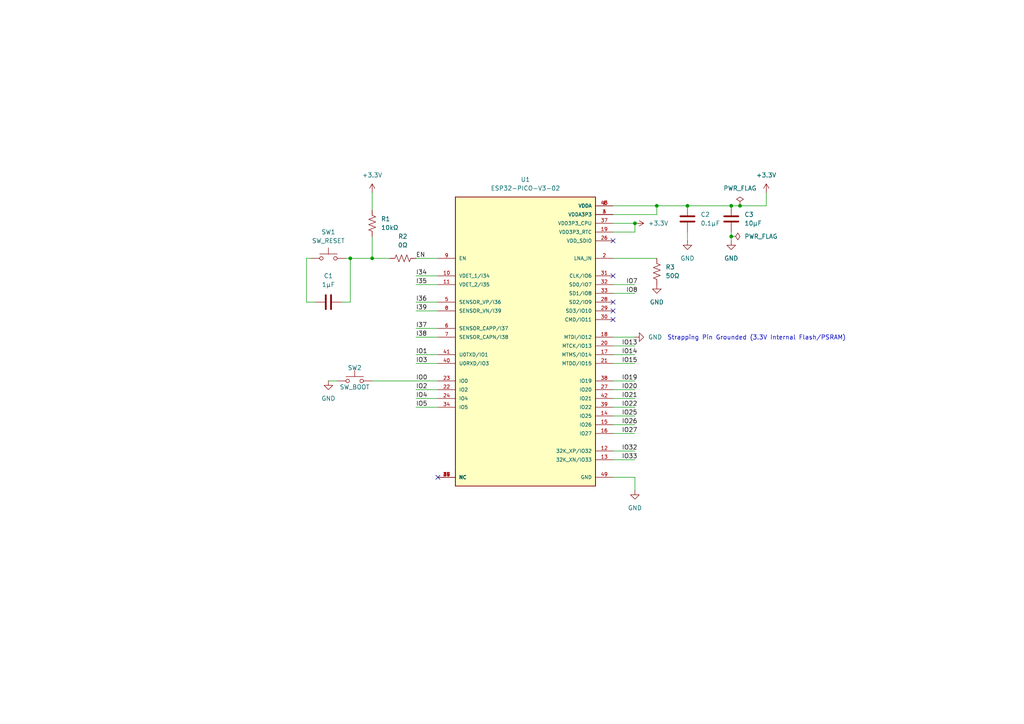
<source format=kicad_sch>
(kicad_sch (version 20231120) (generator "eeschema") (generator_version "8.0")
  (paper "A4")
  (lib_symbols
    (symbol "DBF_ESP32-PICO-V3-02:ESP32-PICO-V3-02" (pin_names (offset 1.016))
      (property "Reference" "U" (at -20.32 43.942 0))
      (property "Value" "ESP32-PICO-V3-02" (at -20.32 -43.18 0))
      (symbol "ESP32-PICO-V3-02_0_0"
        (rectangle (start -20.32 -40.64) (end 20.32 43.18) (stroke (width 0.254)) (fill (type background)))
        (pin power_in line (at 25.4 40.64 180) (length 5.08) (name "VDDA") (number "1"))
        (pin input line (at -25.4 20.32 0) (length 5.08) (name "VDET_1/I34") (number "10"))
        (pin input line (at -25.4 17.78 0) (length 5.08) (name "VDET_2/I35") (number "11"))
        (pin bidirectional line (at 25.4 -30.48 180) (length 5.08) (name "32K_XP/IO32") (number "12"))
        (pin bidirectional line (at 25.4 -33.02 180) (length 5.08) (name "32K_XN/IO33") (number "13"))
        (pin bidirectional line (at 25.4 -20.32 180) (length 5.08) (name "IO25") (number "14"))
        (pin bidirectional line (at 25.4 -22.86 180) (length 5.08) (name "IO26") (number "15"))
        (pin bidirectional line (at 25.4 -25.4 180) (length 5.08) (name "IO27") (number "16"))
        (pin bidirectional line (at 25.4 -2.54 180) (length 5.08) (name "MTMS/IO14") (number "17"))
        (pin power_in line (at 25.4 33.02 180) (length 5.08) (name "VDD3P3_RTC") (number "19"))
        (pin bidirectional line (at 25.4 25.4 180) (length 5.08) (name "LNA_IN") (number "2"))
        (pin bidirectional line (at 25.4 0 180) (length 5.08) (name "MTCK/IO13") (number "20"))
        (pin bidirectional line (at 25.4 -5.08 180) (length 5.08) (name "MTDO/IO15") (number "21"))
        (pin bidirectional line (at -25.4 -12.7 0) (length 5.08) (name "IO2") (number "22"))
        (pin bidirectional line (at -25.4 -10.16 0) (length 5.08) (name "IO0") (number "23"))
        (pin bidirectional line (at -25.4 -15.24 0) (length 5.08) (name "IO4") (number "24"))
        (pin unspecified line (at -25.4 -38.1 0) (length 5.08) (name "NC") (number "25"))
        (pin power_in line (at 25.4 30.48 180) (length 5.08) (name "VDD_SDIO") (number "26"))
        (pin bidirectional line (at 25.4 -12.7 180) (length 5.08) (name "IO20") (number "27"))
        (pin bidirectional line (at 25.4 12.7 180) (length 5.08) (name "SD2/IO9") (number "28"))
        (pin bidirectional line (at 25.4 10.16 180) (length 5.08) (name "SD3/IO10") (number "29"))
        (pin power_in line (at 25.4 38.1 180) (length 5.08) (name "VDDA3P3") (number "3"))
        (pin bidirectional line (at 25.4 7.62 180) (length 5.08) (name "CMD/IO11") (number "30"))
        (pin bidirectional line (at 25.4 20.32 180) (length 5.08) (name "CLK/IO6") (number "31"))
        (pin bidirectional line (at 25.4 17.78 180) (length 5.08) (name "SD0/IO7") (number "32"))
        (pin bidirectional line (at 25.4 15.24 180) (length 5.08) (name "SD1/IO8") (number "33"))
        (pin bidirectional line (at -25.4 -17.78 0) (length 5.08) (name "IO5") (number "34"))
        (pin unspecified line (at -25.4 -38.1 0) (length 5.08) (name "NC") (number "35"))
        (pin unspecified line (at -25.4 -38.1 0) (length 5.08) (name "NC") (number "36"))
        (pin power_in line (at 25.4 35.56 180) (length 5.08) (name "VDD3P3_CPU") (number "37"))
        (pin bidirectional line (at 25.4 -10.16 180) (length 5.08) (name "IO19") (number "38"))
        (pin bidirectional line (at 25.4 -17.78 180) (length 5.08) (name "IO22") (number "39"))
        (pin power_in line (at 25.4 38.1 180) (length 5.08) (name "VDDA3P3") (number "4"))
        (pin bidirectional line (at -25.4 -5.08 0) (length 5.08) (name "U0RXD/IO3") (number "40"))
        (pin bidirectional line (at -25.4 -2.54 0) (length 5.08) (name "U0TXD/IO1") (number "41"))
        (pin bidirectional line (at 25.4 -15.24 180) (length 5.08) (name "IO21") (number "42"))
        (pin power_in line (at 25.4 40.64 180) (length 5.08) (name "VDDA") (number "43"))
        (pin unspecified line (at -25.4 -38.1 0) (length 5.08) (name "NC") (number "44"))
        (pin unspecified line (at -25.4 -38.1 0) (length 5.08) (name "NC") (number "45"))
        (pin power_in line (at 25.4 40.64 180) (length 5.08) (name "VDDA") (number "46"))
        (pin unspecified line (at -25.4 -38.1 0) (length 5.08) (name "NC") (number "47"))
        (pin unspecified line (at -25.4 -38.1 0) (length 5.08) (name "NC") (number "48"))
        (pin power_in line (at 25.4 -38.1 180) (length 5.08) (name "GND") (number "49"))
        (pin input line (at -25.4 12.7 0) (length 5.08) (name "SENSOR_VP/I36") (number "5"))
        (pin input line (at -25.4 5.08 0) (length 5.08) (name "SENSOR_CAPP/I37") (number "6"))
        (pin input line (at -25.4 2.54 0) (length 5.08) (name "SENSOR_CAPN/I38") (number "7"))
        (pin input line (at -25.4 10.16 0) (length 5.08) (name "SENSOR_VN/I39") (number "8"))
        (pin input line (at -25.4 25.4 0) (length 5.08) (name "EN") (number "9"))
      )
      (symbol "ESP32-PICO-V3-02_1_0"
        (pin power_in line (at 25.4 2.54 180) (length 5.08) (name "MTDI/IO12") (number "18"))
      )
    )
    (symbol "Device:C" (pin_numbers hide) (pin_names (offset 0.254))
      (property "Reference" "C" (at 0.635 2.54 0))
      (property "Value" "C" (at 0.635 -2.54 0))
      (symbol "C_0_1"
        (polyline (pts (xy -2.032 -0.762) (xy 2.032 -0.762)) (stroke (width 0.508)))
        (polyline (pts (xy -2.032 0.762) (xy 2.032 0.762)) (stroke (width 0.508)))
      )
      (symbol "C_1_1"
        (pin passive line (at 0 3.81 270) (length 2.794) (name "~") (number "1"))
        (pin passive line (at 0 -3.81 90) (length 2.794) (name "~") (number "2"))
      )
    )
    (symbol "Device:R_US" (pin_numbers hide) (pin_names (offset 0))
      (property "Reference" "R" (at 2.54 0 90))
      (property "Value" "R_US" (at -2.54 0 90))
      (symbol "R_US_0_1"
        (polyline (pts (xy 0 -2.286) (xy 0 -2.54)))
        (polyline (pts (xy 0 2.286) (xy 0 2.54)))
        (polyline (pts (xy 0 -0.762) (xy 1.016 -1.143) (xy 0 -1.524) (xy -1.016 -1.905) (xy 0 -2.286)))
        (polyline (pts (xy 0 0.762) (xy 1.016 0.381) (xy 0 0) (xy -1.016 -0.381) (xy 0 -0.762)))
        (polyline (pts (xy 0 2.286) (xy 1.016 1.905) (xy 0 1.524) (xy -1.016 1.143) (xy 0 0.762)))
      )
      (symbol "R_US_1_1"
        (pin passive line (at 0 3.81 270) (length 1.27) (name "~") (number "1"))
        (pin passive line (at 0 -3.81 90) (length 1.27) (name "~") (number "2"))
      )
    )
    (symbol "Switch:SW_Push" (pin_numbers hide) (pin_names (offset 1.016) hide)
      (property "Reference" "SW" (at 1.27 2.54 0))
      (property "Value" "SW_Push" (at 0 -1.524 0))
      (symbol "SW_Push_0_1"
        (circle (center -2.032 0) (radius 0.508))
        (polyline (pts (xy 0 1.27) (xy 0 3.048)))
        (polyline (pts (xy 2.54 1.27) (xy -2.54 1.27)))
        (circle (center 2.032 0) (radius 0.508))
        (pin passive line (at -5.08 0 0) (length 2.54) (name "1") (number "1"))
        (pin passive line (at 5.08 0 180) (length 2.54) (name "2") (number "2"))
      )
    )
    (symbol "power:+3.3V" (power) (pin_numbers hide) (pin_names (offset 0) hide)
      (property "Value" "+3.3V" (at 0 3.556 0))
      (symbol "+3.3V_0_1"
        (polyline (pts (xy -0.762 1.27) (xy 0 2.54)))
        (polyline (pts (xy 0 0) (xy 0 2.54)))
        (polyline (pts (xy 0 2.54) (xy 0.762 1.27)))
      )
      (symbol "+3.3V_1_1"
        (pin power_in line (at 0 0 90) (length 0) (name "~") (number "1"))
      )
    )
    (symbol "power:GND" (power) (pin_numbers hide) (pin_names (offset 0) hide)
      (property "Value" "GND" (at 0 -3.81 0))
      (symbol "GND_0_1"
        (polyline (pts (xy 0 0) (xy 0 -1.27) (xy 1.27 -1.27) (xy 0 -2.54) (xy -1.27 -1.27) (xy 0 -1.27)))
      )
      (symbol "GND_1_1"
        (pin power_in line (at 0 0 270) (length 0) (name "~") (number "1"))
      )
    )
    (symbol "power:PWR_FLAG" (power) (pin_numbers hide) (pin_names (offset 0) hide)
      (property "Value" "PWR_FLAG" (at 0 3.81 0))
      (symbol "PWR_FLAG_0_0"
        (pin power_out line (at 0 0 90) (length 0) (name "~") (number "1"))
      )
      (symbol "PWR_FLAG_0_1"
        (polyline (pts (xy 0 0) (xy 0 1.27) (xy -1.016 1.905) (xy 0 2.54) (xy 1.016 1.905) (xy 0 1.27)))
      )
    )
  )
  (junction (at 212.09 68.58))
  (junction (at 101.6 74.93))
  (junction (at 199.39 59.69))
  (junction (at 212.09 59.69))
  (junction (at 214.63 59.69))
  (junction (at 184.15 64.77))
  (junction (at 107.95 74.93))
  (junction (at 190.5 59.69))
  (no_connect (at 177.8 80.01))
  (no_connect (at 177.8 69.85))
  (no_connect (at 177.8 87.63))
  (no_connect (at 127 138.43))
  (no_connect (at 177.8 92.71))
  (no_connect (at 177.8 90.17))
  (wire (pts (xy 107.95 74.93) (xy 113.03 74.93)))
  (wire (pts (xy 177.8 110.49) (xy 184.15 110.49)))
  (wire (pts (xy 120.65 74.93) (xy 127 74.93)))
  (wire (pts (xy 88.9 87.63) (xy 88.9 74.93)))
  (wire (pts (xy 177.8 105.41) (xy 184.15 105.41)))
  (wire (pts (xy 177.8 100.33) (xy 184.15 100.33)))
  (wire (pts (xy 120.65 82.55) (xy 127 82.55)))
  (wire (pts (xy 190.5 62.23) (xy 190.5 59.69)))
  (wire (pts (xy 177.8 102.87) (xy 184.15 102.87)))
  (wire (pts (xy 184.15 138.43) (xy 184.15 142.24)))
  (wire (pts (xy 212.09 69.85) (xy 212.09 68.58)))
  (wire (pts (xy 95.25 110.49) (xy 97.79 110.49)))
  (wire (pts (xy 101.6 74.93) (xy 107.95 74.93)))
  (wire (pts (xy 177.8 125.73) (xy 184.15 125.73)))
  (wire (pts (xy 120.65 87.63) (xy 127 87.63)))
  (wire (pts (xy 120.65 97.79) (xy 127 97.79)))
  (wire (pts (xy 177.8 138.43) (xy 184.15 138.43)))
  (wire (pts (xy 177.8 123.19) (xy 184.15 123.19)))
  (wire (pts (xy 120.65 113.03) (xy 127 113.03)))
  (wire (pts (xy 177.8 74.93) (xy 190.5 74.93)))
  (wire (pts (xy 107.95 110.49) (xy 127 110.49)))
  (wire (pts (xy 177.8 97.79) (xy 184.15 97.79)))
  (wire (pts (xy 177.8 85.09) (xy 184.15 85.09)))
  (wire (pts (xy 120.65 105.41) (xy 127 105.41)))
  (wire (pts (xy 120.65 90.17) (xy 127 90.17)))
  (wire (pts (xy 177.8 82.55) (xy 184.15 82.55)))
  (wire (pts (xy 177.8 118.11) (xy 184.15 118.11)))
  (wire (pts (xy 88.9 87.63) (xy 91.44 87.63)))
  (wire (pts (xy 177.8 120.65) (xy 184.15 120.65)))
  (wire (pts (xy 190.5 59.69) (xy 199.39 59.69)))
  (wire (pts (xy 107.95 68.58) (xy 107.95 74.93)))
  (wire (pts (xy 177.8 62.23) (xy 190.5 62.23)))
  (wire (pts (xy 199.39 69.85) (xy 199.39 67.31)))
  (wire (pts (xy 177.8 130.81) (xy 184.15 130.81)))
  (wire (pts (xy 177.8 113.03) (xy 184.15 113.03)))
  (wire (pts (xy 120.65 115.57) (xy 127 115.57)))
  (wire (pts (xy 177.8 64.77) (xy 184.15 64.77)))
  (wire (pts (xy 101.6 87.63) (xy 101.6 74.93)))
  (wire (pts (xy 88.9 74.93) (xy 90.17 74.93)))
  (wire (pts (xy 120.65 102.87) (xy 127 102.87)))
  (wire (pts (xy 184.15 64.77) (xy 184.15 67.31)))
  (wire (pts (xy 184.15 67.31) (xy 177.8 67.31)))
  (wire (pts (xy 120.65 80.01) (xy 127 80.01)))
  (wire (pts (xy 212.09 68.58) (xy 212.09 67.31)))
  (wire (pts (xy 99.06 87.63) (xy 101.6 87.63)))
  (wire (pts (xy 222.25 59.69) (xy 214.63 59.69)))
  (wire (pts (xy 107.95 55.88) (xy 107.95 60.96)))
  (wire (pts (xy 120.65 118.11) (xy 127 118.11)))
  (wire (pts (xy 212.09 59.69) (xy 214.63 59.69)))
  (wire (pts (xy 177.8 115.57) (xy 184.15 115.57)))
  (wire (pts (xy 177.8 59.69) (xy 190.5 59.69)))
  (wire (pts (xy 199.39 59.69) (xy 212.09 59.69)))
  (wire (pts (xy 120.65 95.25) (xy 127 95.25)))
  (wire (pts (xy 101.6 74.93) (xy 100.33 74.93)))
  (wire (pts (xy 177.8 133.35) (xy 184.15 133.35)))
  (wire (pts (xy 222.25 55.88) (xy 222.25 59.69)))
  (text "Strapping Pin Grounded (3.3V Internal Flash/PSRAM)" (at 219.456 98.044 0) (effects (font (size 1.27 1.27))))
  (label "IO3" (at 120.65 105.41 0))
  (label "IO33" (at 180.34 133.35 0))
  (label "I35" (at 120.65 82.55 0))
  (label "IO1" (at 120.65 102.87 0))
  (label "IO0" (at 120.65 110.49 0))
  (label "IO14" (at 180.34 102.87 0))
  (label "IO20" (at 180.34 113.03 0))
  (label "IO5" (at 120.65 118.11 0))
  (label "IO4" (at 120.65 115.57 0))
  (label "I34" (at 120.65 80.01 0))
  (label "IO21" (at 180.34 115.57 0))
  (label "IO22" (at 180.34 118.11 0))
  (label "IO19" (at 180.34 110.49 0))
  (label "I37" (at 120.65 95.25 0))
  (label "I39" (at 120.65 90.17 0))
  (label "IO2" (at 120.65 113.03 0))
  (label "IO32" (at 180.34 130.81 0))
  (label "IO15" (at 180.34 105.41 0))
  (label "IO26" (at 180.34 123.19 0))
  (label "IO27" (at 180.34 125.73 0))
  (label "EN" (at 120.65 74.93 0))
  (label "IO8" (at 181.61 85.09 0))
  (label "IO13" (at 180.34 100.33 0))
  (label "IO25" (at 180.34 120.65 0))
  (label "IO7" (at 181.61 82.55 0))
  (label "I38" (at 120.65 97.79 0))
  (label "I36" (at 120.65 87.63 0))
  (symbol (lib_id "Device:R_US") (at 116.84 74.93 90) (unit 1)
    (property "Reference" "R2" (at 116.84 68.58 90))
    (property "Value" "0Ω" (at 116.84 71.12 90))
    (property "Footprint" "Resistor_SMD:R_0603_1608Metric" (effects (hide yes)))
    (property "Description" "Resistor, US symbol" (effects (hide yes)))
  )
  (symbol (lib_id "Switch:SW_Push") (at 95.25 74.93 0) (unit 1)
    (property "Reference" "SW1" (at 95.25 67.31 0))
    (property "Value" "SW_RESET" (at 95.25 69.85 0))
    (property "Footprint" "DBF_SW_SPST_NO:SW_TS04-66-70-BK-260-SMT" (effects (hide yes)))
    (property "Datasheet" "https://www.sameskydevices.com/product/resource/ts04.pdf" (effects (hide yes)))
    (property "Description" "https://www.digikey.com/en/models/15634371" (effects (hide yes)))
    (property "Footprint Link" "https://www.digikey.com/en/models/15634371" (effects (hide yes)))
  )
  (symbol (lib_id "Device:C") (at 95.25 87.63 90) (unit 1)
    (property "Reference" "C1" (at 95.25 80.01 90))
    (property "Value" "1μF" (at 95.25 82.55 90))
    (property "Footprint" "Capacitor_SMD:C_0603_1608Metric" (effects (hide yes)))
    (property "Description" "Unpolarized capacitor" (effects (hide yes)))
  )
  (symbol (lib_id "DBF_ESP32-PICO-V3-02:ESP32-PICO-V3-02") (at 152.4 100.33 0) (unit 1)
    (property "Reference" "U1" (at 152.4 52.07 0))
    (property "Value" "ESP32-PICO-V3-02" (at 152.4 54.61 0))
    (property "Footprint" "ESP32-PICO-V3-02:XCVR_ESP32-PICO-V3-02" (effects (hide yes)))
    (property "MF" "Espressif Systems" (effects (hide yes)))
    (property "MAXIMUM_PACKAGE_HEIGHT" "1.21mm" (effects (hide yes)))
    (property "Package" "LFQFN-48 Espressif Systems" (effects (hide yes)))
    (property "Price" "None" (effects (hide yes)))
    (property "Check_prices" "https://www.snapeda.com/parts/ESP32-PICO-V3-02/Espressif+Systems/view-part/?ref=eda" (effects (hide yes)))
    (property "STANDARD" "Manufacturer Recommendations" (effects (hide yes)))
    (property "PARTREV" "1.0" (effects (hide yes)))
    (property "SnapEDA_Link" "https://www.snapeda.com/parts/ESP32-PICO-V3-02/Espressif+Systems/view-part/?ref=snap" (effects (hide yes)))
    (property "MP" "ESP32-PICO-V3-02" (effects (hide yes)))
    (property "Description_1" "\nBluetooth, WiFi 802.11b/g/n, Bluetooth v4.2 Transceiver Module 2.412GHz ~ 2.484GHz Antenna Not Included, I-PEX Surface Mount\n" (effects (hide yes)))
    (property "Availability" "In Stock" (effects (hide yes)))
    (property "MANUFACTURER" "Espressif Systems" (effects (hide yes)))
  )
  (symbol (lib_id "power:PWR_FLAG") (at 212.09 68.58 270) (unit 1)
    (property "Reference" "#FLG01" (effects (hide yes)))
    (property "Value" "PWR_FLAG" (at 215.9 68.5799 90) (effects (justify left)))
    (property "Description" "Special symbol for telling ERC where power comes from" (effects (hide yes)))
  )
  (symbol (lib_id "power:GND") (at 212.09 69.85 0) (unit 1)
    (property "Reference" "#PWR08" (effects (hide yes)))
    (property "Value" "GND" (at 212.09 74.93 0))
    (property "Description" "Power symbol creates a global label with name \"GND\" , ground" (effects (hide yes)))
  )
  (symbol (lib_id "power:GND") (at 184.15 97.79 90) (unit 1)
    (property "Reference" "#PWR04" (effects (hide yes)))
    (property "Value" "GND" (at 187.96 97.7899 90) (effects (justify right)))
    (property "Description" "Power symbol creates a global label with name \"GND\" , ground" (effects (hide yes)))
  )
  (symbol (lib_id "power:+3.3V") (at 222.25 55.88 0) (unit 1)
    (property "Reference" "#PWR09" (effects (hide yes)))
    (property "Value" "+3.3V" (at 222.25 50.8 0))
    (property "Description" "Power symbol creates a global label with name \"+3.3V\"" (effects (hide yes)))
  )
  (symbol (lib_id "Switch:SW_Push") (at 102.87 110.49 0) (unit 1)
    (property "Reference" "SW2" (at 102.87 106.68 0))
    (property "Value" "SW_BOOT" (at 102.87 112.268 0))
    (property "Footprint" "DBF_SW_SPST_NO:SW_TS04-66-70-BK-260-SMT" (effects (hide yes)))
    (property "Datasheet" "https://www.sameskydevices.com/product/resource/ts04.pdf" (effects (hide yes)))
    (property "Description" "Push button switch, generic, two pins" (effects (hide yes)))
    (property "Footprint Link" "https://www.digikey.com/en/models/15634371" (effects (hide yes)))
  )
  (symbol (lib_id "power:+3.3V") (at 184.15 64.77 270) (unit 1)
    (property "Reference" "#PWR03" (effects (hide yes)))
    (property "Value" "+3.3V" (at 187.96 64.7699 90) (effects (justify left)))
    (property "Description" "Power symbol creates a global label with name \"+3.3V\"" (effects (hide yes)))
  )
  (symbol (lib_id "Device:R_US") (at 190.5 78.74 0) (unit 1)
    (property "Reference" "R3" (at 193.04 77.4699 0) (effects (justify left)))
    (property "Value" "50Ω" (at 193.04 80.0099 0) (effects (justify left)))
    (property "Footprint" "Resistor_SMD:R_0603_1608Metric" (effects (hide yes)))
    (property "Description" "Resistor, US symbol" (effects (hide yes)))
  )
  (symbol (lib_id "power:+3.3V") (at 107.95 55.88 0) (unit 1)
    (property "Reference" "#PWR02" (effects (hide yes)))
    (property "Value" "+3.3V" (at 107.95 50.8 0))
    (property "Description" "Power symbol creates a global label with name \"+3.3V\"" (effects (hide yes)))
  )
  (symbol (lib_id "Device:R_US") (at 107.95 64.77 0) (unit 1)
    (property "Reference" "R1" (at 110.49 63.4999 0) (effects (justify left)))
    (property "Value" "10kΩ" (at 110.49 66.0399 0) (effects (justify left)))
    (property "Footprint" "Resistor_SMD:R_0603_1608Metric" (effects (hide yes)))
    (property "Description" "Resistor, US symbol" (effects (hide yes)))
  )
  (symbol (lib_id "power:GND") (at 199.39 69.85 0) (unit 1)
    (property "Reference" "#PWR07" (effects (hide yes)))
    (property "Value" "GND" (at 199.39 74.93 0))
    (property "Description" "Power symbol creates a global label with name \"GND\" , ground" (effects (hide yes)))
  )
  (symbol (lib_id "power:GND") (at 184.15 142.24 0) (unit 1)
    (property "Reference" "#PWR05" (effects (hide yes)))
    (property "Value" "GND" (at 184.15 147.32 0))
    (property "Description" "Power symbol creates a global label with name \"GND\" , ground" (effects (hide yes)))
  )
  (symbol (lib_id "power:PWR_FLAG") (at 214.63 59.69 0) (unit 1)
    (property "Reference" "#FLG02" (effects (hide yes)))
    (property "Value" "PWR_FLAG" (at 214.63 54.61 0))
    (property "Description" "Special symbol for telling ERC where power comes from" (effects (hide yes)))
  )
  (symbol (lib_id "Device:C") (at 199.39 63.5 0) (unit 1)
    (property "Reference" "C2" (at 203.2 62.2299 0) (effects (justify left)))
    (property "Value" "0.1μF" (at 203.2 64.7699 0) (effects (justify left)))
    (property "Footprint" "Capacitor_SMD:C_0603_1608Metric" (effects (hide yes)))
    (property "Description" "Unpolarized capacitor" (effects (hide yes)))
  )
  (symbol (lib_id "power:GND") (at 190.5 82.55 0) (unit 1)
    (property "Reference" "#PWR06" (effects (hide yes)))
    (property "Value" "GND" (at 190.5 87.63 0))
    (property "Description" "Power symbol creates a global label with name \"GND\" , ground" (effects (hide yes)))
  )
  (symbol (lib_id "Device:C") (at 212.09 63.5 0) (unit 1)
    (property "Reference" "C3" (at 215.9 62.2299 0) (effects (justify left)))
    (property "Value" "10μF" (at 215.9 64.7699 0) (effects (justify left)))
    (property "Footprint" "Capacitor_SMD:C_0603_1608Metric" (effects (hide yes)))
    (property "Description" "Unpolarized capacitor" (effects (hide yes)))
  )
  (symbol (lib_id "power:GND") (at 95.25 110.49 0) (unit 1)
    (property "Reference" "#PWR01" (effects (hide yes)))
    (property "Value" "GND" (at 95.25 115.57 0))
    (property "Description" "Power symbol creates a global label with name \"GND\" , ground" (effects (hide yes)))
  )
)
</source>
